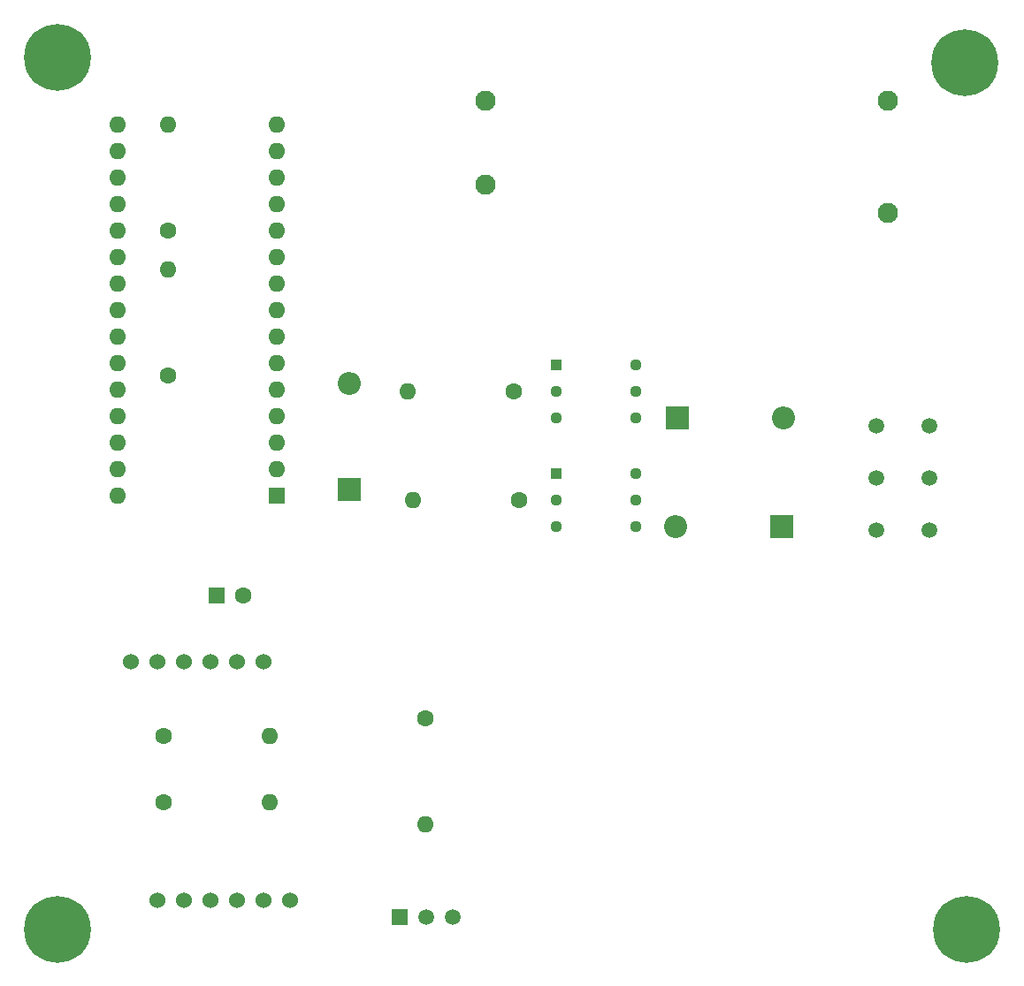
<source format=gbr>
%TF.GenerationSoftware,KiCad,Pcbnew,(5.1.8)-1*%
%TF.CreationDate,2022-03-01T18:10:39+01:00*%
%TF.ProjectId,controleur_radiateur,636f6e74-726f-46c6-9575-725f72616469,v1.1*%
%TF.SameCoordinates,Original*%
%TF.FileFunction,Soldermask,Top*%
%TF.FilePolarity,Negative*%
%FSLAX46Y46*%
G04 Gerber Fmt 4.6, Leading zero omitted, Abs format (unit mm)*
G04 Created by KiCad (PCBNEW (5.1.8)-1) date 2022-03-01 18:10:39*
%MOMM*%
%LPD*%
G01*
G04 APERTURE LIST*
%ADD10O,1.600000X1.600000*%
%ADD11C,1.600000*%
%ADD12R,1.600000X1.600000*%
%ADD13C,6.400000*%
%ADD14C,0.800000*%
%ADD15C,1.950000*%
%ADD16C,1.110000*%
%ADD17R,1.110000X1.110000*%
%ADD18C,1.524000*%
%ADD19C,1.500000*%
%ADD20O,2.200000X2.200000*%
%ADD21R,2.200000X2.200000*%
%ADD22R,1.500000X1.500000*%
G04 APERTURE END LIST*
D10*
%TO.C,R3*%
X114681000Y-84328000D03*
D11*
X114681000Y-94488000D03*
%TD*%
D12*
%TO.C,A1*%
X125095000Y-106045000D03*
D10*
X109855000Y-73025000D03*
X125095000Y-103505000D03*
X109855000Y-75565000D03*
X125095000Y-100965000D03*
X109855000Y-78105000D03*
X125095000Y-98425000D03*
X109855000Y-80645000D03*
X125095000Y-95885000D03*
X109855000Y-83185000D03*
X125095000Y-93345000D03*
X109855000Y-85725000D03*
X125095000Y-90805000D03*
X109855000Y-88265000D03*
X125095000Y-88265000D03*
X109855000Y-90805000D03*
X125095000Y-85725000D03*
X109855000Y-93345000D03*
X125095000Y-83185000D03*
X109855000Y-95885000D03*
X125095000Y-80645000D03*
X109855000Y-98425000D03*
X125095000Y-78105000D03*
X109855000Y-100965000D03*
X125095000Y-75565000D03*
X109855000Y-103505000D03*
X125095000Y-73025000D03*
X109855000Y-106045000D03*
X125095000Y-70485000D03*
X109855000Y-70485000D03*
%TD*%
D13*
%TO.C,REF\u002A\u002A*%
X191135000Y-147574000D03*
D14*
X193535000Y-147574000D03*
X192832056Y-149271056D03*
X191135000Y-149974000D03*
X189437944Y-149271056D03*
X188735000Y-147574000D03*
X189437944Y-145876944D03*
X191135000Y-145174000D03*
X192832056Y-145876944D03*
%TD*%
D13*
%TO.C,REF\u002A\u002A*%
X104140000Y-147574000D03*
D14*
X106540000Y-147574000D03*
X105837056Y-149271056D03*
X104140000Y-149974000D03*
X102442944Y-149271056D03*
X101740000Y-147574000D03*
X102442944Y-145876944D03*
X104140000Y-145174000D03*
X105837056Y-145876944D03*
%TD*%
D13*
%TO.C,REF\u002A\u002A*%
X104140000Y-64008000D03*
D14*
X106540000Y-64008000D03*
X105837056Y-65705056D03*
X104140000Y-66408000D03*
X102442944Y-65705056D03*
X101740000Y-64008000D03*
X102442944Y-62310944D03*
X104140000Y-61608000D03*
X105837056Y-62310944D03*
%TD*%
%TO.C,REF\u002A\u002A*%
X192705056Y-62818944D03*
X191008000Y-62116000D03*
X189310944Y-62818944D03*
X188608000Y-64516000D03*
X189310944Y-66213056D03*
X191008000Y-66916000D03*
X192705056Y-66213056D03*
X193408000Y-64516000D03*
D13*
X191008000Y-64516000D03*
%TD*%
D10*
%TO.C,R4*%
X124460000Y-129032000D03*
D11*
X114300000Y-129032000D03*
%TD*%
D10*
%TO.C,R1*%
X124460000Y-135382000D03*
D11*
X114300000Y-135382000D03*
%TD*%
D15*
%TO.C,U5*%
X145088000Y-76220000D03*
X183588000Y-78970000D03*
X145088000Y-68220000D03*
X183588000Y-68220000D03*
%TD*%
D16*
%TO.C,U3*%
X159512000Y-103886000D03*
X159512000Y-106426000D03*
X159512000Y-108966000D03*
X151892000Y-108966000D03*
X151892000Y-106426000D03*
D17*
X151892000Y-103886000D03*
%TD*%
D16*
%TO.C,U2*%
X159512000Y-93472000D03*
X159512000Y-96012000D03*
X159512000Y-98552000D03*
X151892000Y-98552000D03*
X151892000Y-96012000D03*
D17*
X151892000Y-93472000D03*
%TD*%
D18*
%TO.C,U1*%
X126365000Y-144780000D03*
X123825000Y-144780000D03*
X121285000Y-144780000D03*
X118745000Y-144780000D03*
X116205000Y-144780000D03*
X113665000Y-144780000D03*
X123825000Y-121920000D03*
X121285000Y-121920000D03*
X118745000Y-121920000D03*
X116205000Y-121920000D03*
X113665000Y-121920000D03*
X111125000Y-121920000D03*
%TD*%
D19*
%TO.C,J1*%
X182499000Y-109314000D03*
X187579000Y-109314000D03*
X182499000Y-99314000D03*
X187579000Y-104314000D03*
X187579000Y-99314000D03*
X182499000Y-104314000D03*
%TD*%
D20*
%TO.C,D1*%
X132080000Y-95250000D03*
D21*
X132080000Y-105410000D03*
%TD*%
D22*
%TO.C,U4*%
X136906000Y-146431000D03*
D19*
X141986000Y-146431000D03*
X139446000Y-146431000D03*
%TD*%
D10*
%TO.C,R9*%
X139319000Y-137541000D03*
D11*
X139319000Y-127381000D03*
%TD*%
D10*
%TO.C,R8*%
X138176000Y-106426000D03*
D11*
X148336000Y-106426000D03*
%TD*%
D10*
%TO.C,R7*%
X137668000Y-96012000D03*
D11*
X147828000Y-96012000D03*
%TD*%
D10*
%TO.C,R2*%
X114681000Y-70485000D03*
D11*
X114681000Y-80645000D03*
%TD*%
D20*
%TO.C,D7*%
X163322000Y-108966000D03*
D21*
X173482000Y-108966000D03*
%TD*%
D20*
%TO.C,D6*%
X173609000Y-98552000D03*
D21*
X163449000Y-98552000D03*
%TD*%
D11*
%TO.C,C1*%
X121880000Y-115570000D03*
D12*
X119380000Y-115570000D03*
%TD*%
M02*

</source>
